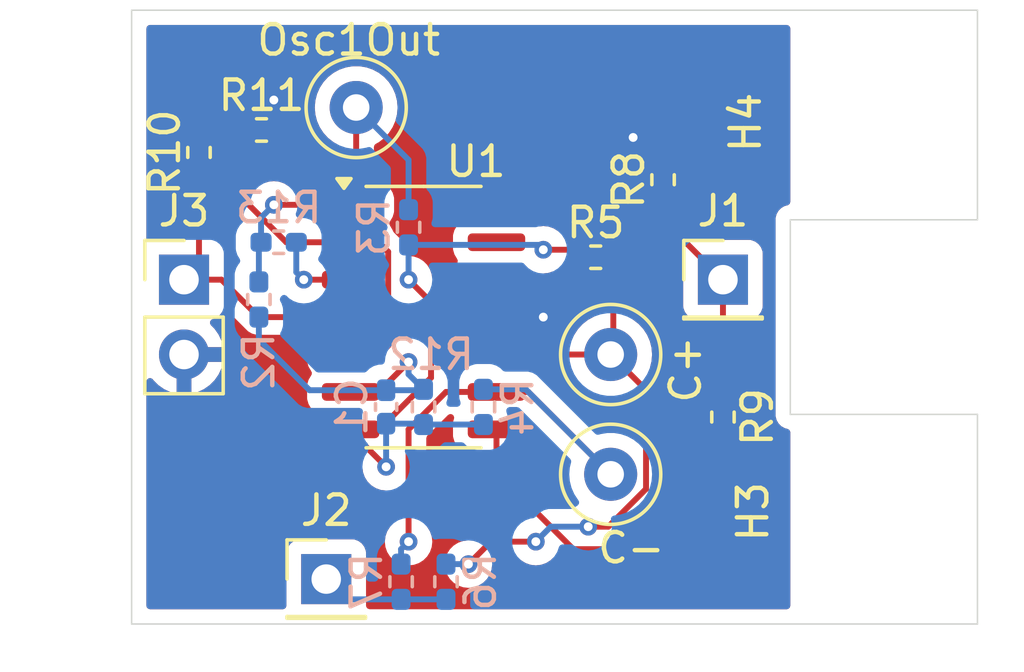
<source format=kicad_pcb>
(kicad_pcb (version 20240108) (generator "pcbnew") (generator_version "8.0")
  (layers (0 "F.Cu" signal) (31 "B.Cu" signal) (34 "B.Paste" user) (35 "F.Paste" user) (36 "B.SilkS" user "B.Silkscreen") (37 "F.SilkS" user "F.Silkscreen") (38 "B.Mask" user) (39 "F.Mask" user) (44 "Edge.Cuts" user))
  (net 0 "")
  (net 1 "Net-(C1-Pad2)")
  (net 2 "Net-(U1B--)")
  (net 3 "Net-(J1-Pin_1)")
  (net 4 "/AnalogIn")
  (net 5 "GND")
  (net 6 "/VCC")
  (net 7 "Net-(U1C--)")
  (net 8 "Net-(U1C-+)")
  (net 9 "Net-(R9-Pad2)")
  (net 10 "/Ref")
  (net 11 "Net-(U1A-+)")
  (net 15 "Net-(Osc1Out1-Pad1)")
  (footprint "TestPoint:TestPoint_Loop_D2.60mm_Drill0.9mm_Beaded" (layer "F.Cu") (at 163.83 90.424)
    (property "Reference" "C-" (at 0.7 2.5 0) (layer "F.SilkS"))
    (property "Value" "TestPoint")
    (fp_circle (center 0 0) (end 1.7 0) (stroke (width 0.12)) (fill none) (layer "F.SilkS"))
    (pad "1" thru_hole circle (at 0 0) (size 1.8 1.8) (drill 0.9) (layers "*.Cu" "*.Mask") (net 7 "Net-(U1C--)"))
  )
  (footprint "Connector_PinHeader_2.54mm:PinHeader_1x02_P2.54mm_Vertical" (layer "F.Cu") (at 149.352 83.82)
    (property "Reference" "J3" (at 0 -2.33 0) (layer "F.SilkS"))
    (property "Value" "Conn_01x02_Pin")
    (fp_line (start -1.33 -1.33) (end 0 -1.33) (stroke (width 0.12)) (layer "F.SilkS"))
    (fp_line (start -1.33 0) (end -1.33 -1.33) (stroke (width 0.12)) (layer "F.SilkS"))
    (fp_line (start -1.33 1.27) (end -1.33 3.87) (stroke (width 0.12)) (layer "F.SilkS"))
    (fp_line (start -1.33 1.27) (end 1.33 1.27) (stroke (width 0.12)) (layer "F.SilkS"))
    (fp_line (start -1.33 3.87) (end 1.33 3.87) (stroke (width 0.12)) (layer "F.SilkS"))
    (fp_line (start 1.33 1.27) (end 1.33 3.87) (stroke (width 0.12)) (layer "F.SilkS"))
    (pad "1" thru_hole rect (at 0 0) (size 1.7 1.7) (drill 1) (layers "*.Cu" "*.Mask") (net 6 "/VCC"))
    (pad "2" thru_hole oval (at 0 2.54) (size 1.7 1.7) (drill 1) (layers "*.Cu" "*.Mask") (net 5 "GND"))
  )
  (footprint "Connector_PinHeader_2.54mm:PinHeader_1x01_P2.54mm_Vertical" (layer "F.Cu") (at 154.178 93.98)
    (property "Reference" "J2" (at 0 -2.33 0) (layer "F.SilkS"))
    (property "Value" "Conn_01x01_Pin")
    (fp_line (start -1.33 -1.33) (end 0 -1.33) (stroke (width 0.12)) (layer "F.SilkS"))
    (fp_line (start -1.33 0) (end -1.33 -1.33) (stroke (width 0.12)) (layer "F.SilkS"))
    (fp_line (start -1.33 1.27) (end -1.33 1.33) (stroke (width 0.12)) (layer "F.SilkS"))
    (fp_line (start -1.33 1.27) (end 1.33 1.27) (stroke (width 0.12)) (layer "F.SilkS"))
    (fp_line (start -1.33 1.33) (end 1.33 1.33) (stroke (width 0.12)) (layer "F.SilkS"))
    (fp_line (start 1.33 1.27) (end 1.33 1.33) (stroke (width 0.12)) (layer "F.SilkS"))
    (pad "1" thru_hole rect (at 0 0) (size 1.7 1.7) (drill 1) (layers "*.Cu" "*.Mask") (net 4 "/AnalogIn"))
  )
  (footprint "Resistor_SMD:R_0402_1005Metric_Pad0.72x0.64mm_HandSolder" (layer "F.Cu") (at 165.608 80.4285 90)
    (property "Reference" "R8" (at 0 -1.17 90) (layer "F.SilkS"))
    (property "Value" "100k")
    (fp_line (start -0.167621 -0.380001) (end 0.167621 -0.380001) (stroke (width 0.12)) (layer "F.SilkS"))
    (fp_line (start -0.167621 0.380001) (end 0.167621 0.380001) (stroke (width 0.12)) (layer "F.SilkS"))
    (pad "1" smd roundrect (at -0.5975 0 90) (size 0.715 0.64) (layers "F.Cu" "F.Paste" "F.Mask") (net 3 "Net-(J1-Pin_1)"))
    (pad "2" smd roundrect (at 0.5975 0 90) (size 0.715 0.64) (layers "F.Cu" "F.Paste" "F.Mask") (net 5 "GND"))
  )
  (footprint "Resistor_SMD:R_0402_1005Metric_Pad0.72x0.64mm_HandSolder" (layer "F.Cu") (at 163.322 83.058)
    (property "Reference" "R5" (at 0 -1.17 0) (layer "F.SilkS"))
    (property "Value" "0")
    (fp_line (start -0.167621 -0.380001) (end 0.167621 -0.380001) (stroke (width 0.12)) (layer "F.SilkS"))
    (fp_line (start -0.167621 0.380001) (end 0.167621 0.380001) (stroke (width 0.12)) (layer "F.SilkS"))
    (pad "1" smd roundrect (at -0.5975 0) (size 0.715 0.64) (layers "F.Cu" "F.Paste" "F.Mask") (net 1 "Net-(C1-Pad2)"))
    (pad "2" smd roundrect (at 0.5975 0) (size 0.715 0.64) (layers "F.Cu" "F.Paste" "F.Mask") (net 8 "Net-(U1C-+)"))
  )
  (footprint "TestPoint:TestPoint_Loop_D2.60mm_Drill0.9mm_Beaded" (layer "F.Cu") (at 163.83 86.36)
    (property "Reference" "C+" (at 2.54 0.508 90) (layer "F.SilkS"))
    (property "Value" "TestPoint")
    (fp_circle (center 0 0) (end 1.7 0) (stroke (width 0.12)) (fill none) (layer "F.SilkS"))
    (pad "1" thru_hole circle (at 0 0) (size 1.8 1.8) (drill 0.9) (layers "*.Cu" "*.Mask") (net 8 "Net-(U1C-+)"))
  )
  (footprint "TestPoint:TestPoint_Loop_D2.60mm_Drill0.9mm_Beaded" (layer "F.Cu") (at 155.194 77.978)
    (property "Reference" "Osc1Out" (at -0.254 -2.286 0) (layer "F.SilkS"))
    (property "Value" "TestPoint")
    (fp_circle (center 0 0) (end 1.7 0) (stroke (width 0.12)) (fill none) (layer "F.SilkS"))
    (pad "1" thru_hole circle (at 0 0) (size 1.8 1.8) (drill 0.9) (layers "*.Cu" "*.Mask") (net 15 "Net-(Osc1Out1-Pad1)"))
  )
  (footprint "Resistor_SMD:R_0402_1005Metric_Pad0.72x0.64mm_HandSolder" (layer "F.Cu") (at 149.86 79.502 90)
    (property "Reference" "R10" (at 0 -1.17 90) (layer "F.SilkS"))
    (property "Value" "50k")
    (fp_line (start -0.167621 -0.380001) (end 0.167621 -0.380001) (stroke (width 0.12)) (layer "F.SilkS"))
    (fp_line (start -0.167621 0.380001) (end 0.167621 0.380001) (stroke (width 0.12)) (layer "F.SilkS"))
    (pad "1" smd roundrect (at -0.5975 0 90) (size 0.715 0.64) (layers "F.Cu" "F.Paste" "F.Mask") (net 6 "/VCC"))
    (pad "2" smd roundrect (at 0.5975 0 90) (size 0.715 0.64) (layers "F.Cu" "F.Paste" "F.Mask") (net 10 "/Ref"))
  )
  (footprint "MountingHole:MountingHole_3.2mm_M3" (layer "F.Cu") (at 172.72 91.948)
    (property "Reference" "H3" (at -4.064 -0.254 90) (layer "F.SilkS"))
    (property "Value" "MountingHole")
    (pad "" np_thru_hole circle (at 0 0) (size 3.2 3.2) (drill 3.2) (layers "*.Cu" "*.Mask"))
  )
  (footprint "Package_SO:SOIC-14_3.9x8.7mm_P1.27mm" (layer "F.Cu") (at 157.48 85.09)
    (property "Reference" "U1" (at 1.778 -5.28 0) (layer "F.SilkS"))
    (property "Value" "LM324")
    (fp_line (start 0 -4.435) (end -1.95 -4.435) (stroke (width 0.12)) (layer "F.SilkS"))
    (fp_line (start 0 -4.435) (end 1.95 -4.435) (stroke (width 0.12)) (layer "F.SilkS"))
    (fp_line (start 0 4.435) (end -1.95 4.435) (stroke (width 0.12)) (layer "F.SilkS"))
    (fp_line (start 0 4.435) (end 1.95 4.435) (stroke (width 0.12)) (layer "F.SilkS"))
    (fp_poly (pts (xy -2.7 -4.37) (xy -2.94 -4.7) (xy -2.46 -4.7) (xy -2.7 -4.37)) (stroke (width 0.12)) (fill solid) (layer "F.SilkS"))
    (pad "1" smd roundrect (at -2.475 -3.81) (size 1.95 0.6) (layers "F.Cu" "F.Paste" "F.Mask") (net 15 "Net-(Osc1Out1-Pad1)"))
    (pad "2" smd roundrect (at -2.475 -2.54) (size 1.95 0.6) (layers "F.Cu" "F.Paste" "F.Mask") (net 10 "/Ref"))
    (pad "3" smd roundrect (at -2.475 -1.27) (size 1.95 0.6) (layers "F.Cu" "F.Paste" "F.Mask") (net 11 "Net-(U1A-+)"))
    (pad "4" smd roundrect (at -2.475 0) (size 1.95 0.6) (layers "F.Cu" "F.Paste" "F.Mask") (net 6 "/VCC"))
    (pad "5" smd roundrect (at -2.475 1.27) (size 1.95 0.6) (layers "F.Cu" "F.Paste" "F.Mask") (net 10 "/Ref"))
    (pad "6" smd roundrect (at -2.475 2.54) (size 1.95 0.6) (layers "F.Cu" "F.Paste" "F.Mask") (net 2 "Net-(U1B--)"))
    (pad "7" smd roundrect (at -2.475 3.81) (size 1.95 0.6) (layers "F.Cu" "F.Paste" "F.Mask") (net 1 "Net-(C1-Pad2)"))
    (pad "8" smd roundrect (at 2.475 3.81) (size 1.95 0.6) (layers "F.Cu" "F.Paste" "F.Mask") (net 9 "Net-(R9-Pad2)"))
    (pad "9" smd roundrect (at 2.475 2.54) (size 1.95 0.6) (layers "F.Cu" "F.Paste" "F.Mask") (net 7 "Net-(U1C--)"))
    (pad "10" smd roundrect (at 2.475 1.27) (size 1.95 0.6) (layers "F.Cu" "F.Paste" "F.Mask") (net 8 "Net-(U1C-+)"))
    (pad "11" smd roundrect (at 2.475 0) (size 1.95 0.6) (layers "F.Cu" "F.Paste" "F.Mask") (net 5 "GND"))
    (pad "12" smd roundrect (at 2.475 -1.27) (size 1.95 0.6) (layers "F.Cu" "F.Paste" "F.Mask"))
    (pad "13" smd roundrect (at 2.475 -2.54) (size 1.95 0.6) (layers "F.Cu" "F.Paste" "F.Mask"))
    (pad "14" smd roundrect (at 2.475 -3.81) (size 1.95 0.6) (layers "F.Cu" "F.Paste" "F.Mask"))
  )
  (footprint "Resistor_SMD:R_0402_1005Metric_Pad0.72x0.64mm_HandSolder" (layer "F.Cu") (at 167.64 88.4815 -90)
    (property "Reference" "R9" (at 0 -1.17 90) (layer "F.SilkS"))
    (property "Value" "0")
    (fp_line (start -0.167621 0.380001) (end 0.167621 0.380001) (stroke (width 0.12)) (layer "F.SilkS"))
    (fp_line (start -0.167621 -0.380001) (end 0.167621 -0.380001) (stroke (width 0.12)) (layer "F.SilkS"))
    (pad "1" smd roundrect (at -0.5975 0 270) (size 0.715 0.64) (layers "F.Cu" "F.Paste" "F.Mask") (net 3 "Net-(J1-Pin_1)"))
    (pad "2" smd roundrect (at 0.5975 0 270) (size 0.715 0.64) (layers "F.Cu" "F.Paste" "F.Mask") (net 9 "Net-(R9-Pad2)"))
  )
  (footprint "MountingHole:MountingHole_3.2mm_M3" (layer "F.Cu") (at 172.72 78.232)
    (property "Reference" "H4" (at -4.318 0.254 90) (layer "F.SilkS"))
    (property "Value" "MountingHole")
    (pad "" np_thru_hole circle (at 0 0) (size 3.2 3.2) (drill 3.2) (layers "*.Cu" "*.Mask"))
  )
  (footprint "Resistor_SMD:R_0402_1005Metric_Pad0.72x0.64mm_HandSolder" (layer "F.Cu") (at 151.9815 78.74)
    (property "Reference" "R11" (at 0 -1.17 0) (layer "F.SilkS"))
    (property "Value" "50k")
    (fp_line (start -0.167621 -0.38) (end 0.167621 -0.38) (stroke (width 0.12)) (layer "F.SilkS"))
    (fp_line (start -0.167621 0.38) (end 0.167621 0.38) (stroke (width 0.12)) (layer "F.SilkS"))
    (pad "1" smd roundrect (at -0.5975 0) (size 0.715 0.64) (layers "F.Cu" "F.Paste" "F.Mask") (net 10 "/Ref"))
    (pad "2" smd roundrect (at 0.5975 0) (size 0.715 0.64) (layers "F.Cu" "F.Paste" "F.Mask") (net 5 "GND"))
  )
  (footprint "Connector_PinHeader_2.54mm:PinHeader_1x01_P2.54mm_Vertical" (layer "F.Cu") (at 167.64 83.82)
    (property "Reference" "J1" (at 0 -2.33 0) (layer "F.SilkS"))
    (property "Value" "Conn_01x01_Pin")
    (fp_line (start -1.33 -1.33) (end 0 -1.33) (stroke (width 0.12)) (layer "F.SilkS"))
    (fp_line (start -1.33 0) (end -1.33 -1.33) (stroke (width 0.12)) (layer "F.SilkS"))
    (fp_line (start -1.33 1.27) (end -1.33 1.33) (stroke (width 0.12)) (layer "F.SilkS"))
    (fp_line (start -1.33 1.27) (end 1.33 1.27) (stroke (width 0.12)) (layer "F.SilkS"))
    (fp_line (start -1.33 1.33) (end 1.33 1.33) (stroke (width 0.12)) (layer "F.SilkS"))
    (fp_line (start 1.33 1.27) (end 1.33 1.33) (stroke (width 0.12)) (layer "F.SilkS"))
    (pad "1" thru_hole rect (at 0 0) (size 1.7 1.7) (drill 1) (layers "*.Cu" "*.Mask") (net 3 "Net-(J1-Pin_1)"))
  )
  (footprint "Resistor_SMD:R_0402_1005Metric_Pad0.72x0.64mm_HandSolder" (layer "B.Cu") (at 156.972 82.042 -90)
    (property "Reference" "R3" (at 0 1.17 90) (layer "B.SilkS") (effects (justify mirror)))
    (property "Value" "4k")
    (fp_line (start 0.167621 0.380001) (end -0.167621 0.380001) (stroke (width 0.12)) (layer "B.SilkS"))
    (fp_line (start 0.167621 -0.380001) (end -0.167621 -0.380001) (stroke (width 0.12)) (layer "B.SilkS"))
    (pad "1" smd roundrect (at -0.5975 0 270) (size 0.715 0.64) (layers "B.Cu" "B.Paste" "B.Mask") (net 15 "Net-(Osc1Out1-Pad1)"))
    (pad "2" smd roundrect (at 0.5975 0 270) (size 0.715 0.64) (layers "B.Cu" "B.Paste" "B.Mask") (net 1 "Net-(C1-Pad2)"))
  )
  (footprint "Capacitor_SMD:C_0402_1005Metric_Pad0.74x0.62mm_HandSolder" (layer "B.Cu") (at 156.21 88.138 -90)
    (property "Reference" "C1" (at 0 1.16 90) (layer "B.SilkS") (effects (justify mirror)))
    (property "Value" "400n")
    (fp_line (start 0.115835 0.36) (end -0.115835 0.36) (stroke (width 0.12)) (layer "B.SilkS"))
    (fp_line (start 0.115835 -0.36) (end -0.115835 -0.36) (stroke (width 0.12)) (layer "B.SilkS"))
    (pad "1" smd roundrect (at -0.5675 0 270) (size 0.735 0.62) (layers "B.Cu" "B.Paste" "B.Mask") (net 2 "Net-(U1B--)"))
    (pad "2" smd roundrect (at 0.5675 0 270) (size 0.735 0.62) (layers "B.Cu" "B.Paste" "B.Mask") (net 1 "Net-(C1-Pad2)"))
  )
  (footprint "Resistor_SMD:R_0402_1005Metric_Pad0.72x0.64mm_HandSolder" (layer "B.Cu") (at 158.242 94.0695 90)
    (property "Reference" "R6" (at 0 1.17 90) (layer "B.SilkS") (effects (justify mirror)))
    (property "Value" "0")
    (fp_line (start 0.167621 -0.380001) (end -0.167621 -0.380001) (stroke (width 0.12)) (layer "B.SilkS"))
    (fp_line (start 0.167621 0.380001) (end -0.167621 0.380001) (stroke (width 0.12)) (layer "B.SilkS"))
    (pad "1" smd roundrect (at -0.5975 0 90) (size 0.715 0.64) (layers "B.Cu" "B.Paste" "B.Mask") (net 4 "/AnalogIn"))
    (pad "2" smd roundrect (at 0.5975 0 90) (size 0.715 0.64) (layers "B.Cu" "B.Paste" "B.Mask") (net 8 "Net-(U1C-+)"))
  )
  (footprint "Resistor_SMD:R_0402_1005Metric_Pad0.72x0.64mm_HandSolder" (layer "B.Cu") (at 156.718 94.0695 -90)
    (property "Reference" "R7" (at 0 1.17 90) (layer "B.SilkS") (effects (justify mirror)))
    (property "Value" "0")
    (fp_line (start 0.167621 0.380001) (end -0.167621 0.380001) (stroke (width 0.12)) (layer "B.SilkS"))
    (fp_line (start 0.167621 -0.380001) (end -0.167621 -0.380001) (stroke (width 0.12)) (layer "B.SilkS"))
    (pad "1" smd roundrect (at -0.5975 0 270) (size 0.715 0.64) (layers "B.Cu" "B.Paste" "B.Mask") (net 7 "Net-(U1C--)"))
    (pad "2" smd roundrect (at 0.5975 0 270) (size 0.715 0.64) (layers "B.Cu" "B.Paste" "B.Mask") (net 4 "/AnalogIn"))
  )
  (footprint "Resistor_SMD:R_0402_1005Metric_Pad0.72x0.64mm_HandSolder" (layer "B.Cu") (at 159.512 88.138 90)
    (property "Reference" "R4" (at 0 1.17 90) (layer "B.SilkS") (effects (justify mirror)))
    (property "Value" "0")
    (fp_line (start 0.167621 -0.380001) (end -0.167621 -0.380001) (stroke (width 0.12)) (layer "B.SilkS"))
    (fp_line (start 0.167621 0.380001) (end -0.167621 0.380001) (stroke (width 0.12)) (layer "B.SilkS"))
    (pad "1" smd roundrect (at -0.5975 0 90) (size 0.715 0.64) (layers "B.Cu" "B.Paste" "B.Mask") (net 1 "Net-(C1-Pad2)"))
    (pad "2" smd roundrect (at 0.5975 0 90) (size 0.715 0.64) (layers "B.Cu" "B.Paste" "B.Mask") (net 7 "Net-(U1C--)"))
  )
  (footprint "Resistor_SMD:R_0402_1005Metric_Pad0.72x0.64mm_HandSolder" (layer "B.Cu") (at 152.5645 82.55 180)
    (property "Reference" "R13" (at 0 1.17 0) (layer "B.SilkS") (effects (justify mirror)))
    (property "Value" "10k")
    (fp_line (start 0.167621 0.38) (end -0.167621 0.38) (stroke (width 0.12)) (layer "B.SilkS"))
    (fp_line (start 0.167621 -0.38) (end -0.167621 -0.38) (stroke (width 0.12)) (layer "B.SilkS"))
    (pad "1" smd roundrect (at -0.5975 0 180) (size 0.715 0.64) (layers "B.Cu" "B.Paste" "B.Mask") (net 11 "Net-(U1A-+)"))
    (pad "2" smd roundrect (at 0.5975 0 180) (size 0.715 0.64) (layers "B.Cu" "B.Paste" "B.Mask") (net 15 "Net-(Osc1Out1-Pad1)"))
  )
  (footprint "Resistor_SMD:R_0402_1005Metric_Pad0.72x0.64mm_HandSolder" (layer "B.Cu") (at 157.48 88.138 -90)
    (property "Reference" "R12" (at -1.778 -0.254 180) (layer "B.SilkS") (effects (justify mirror)))
    (property "Value" "100k_NP")
    (fp_line (start 0.167621 0.380001) (end -0.167621 0.380001) (stroke (width 0.12)) (layer "B.SilkS"))
    (fp_line (start 0.167621 -0.380001) (end -0.167621 -0.380001) (stroke (width 0.12)) (layer "B.SilkS"))
    (pad "1" smd roundrect (at -0.5975 0 270) (size 0.715 0.64) (layers "B.Cu" "B.Paste" "B.Mask") (net 2 "Net-(U1B--)"))
    (pad "2" smd roundrect (at 0.5975 0 270) (size 0.715 0.64) (layers "B.Cu" "B.Paste" "B.Mask") (net 1 "Net-(C1-Pad2)"))
  )
  (footprint "Resistor_SMD:R_0402_1005Metric_Pad0.72x0.64mm_HandSolder" (layer "B.Cu") (at 151.892 84.4925 -90)
    (property "Reference" "R2" (at 2.1215 0 90) (layer "B.SilkS") (effects (justify mirror)))
    (property "Value" "10k")
    (fp_line (start 0.167621 0.380001) (end -0.167621 0.380001) (stroke (width 0.12)) (layer "B.SilkS"))
    (fp_line (start 0.167621 -0.380001) (end -0.167621 -0.380001) (stroke (width 0.12)) (layer "B.SilkS"))
    (pad "1" smd roundrect (at -0.5975 0 270) (size 0.715 0.64) (layers "B.Cu" "B.Paste" "B.Mask") (net 15 "Net-(Osc1Out1-Pad1)"))
    (pad "2" smd roundrect (at 0.5975 0 270) (size 0.715 0.64) (layers "B.Cu" "B.Paste" "B.Mask") (net 2 "Net-(U1B--)"))
  )
  (gr_line (start 147.574 74.676) (end 176.276 74.676) (stroke (width 0.05)) (layer "Edge.Cuts"))
  (gr_line (start 176.276 81.788) (end 169.926 81.788) (stroke (width 0.05)) (layer "Edge.Cuts"))
  (gr_line (start 169.926 81.788) (end 169.926 88.392) (stroke (width 0.05)) (layer "Edge.Cuts"))
  (gr_line (start 147.574 95.504) (end 147.574 74.676) (stroke (width 0.05)) (layer "Edge.Cuts"))
  (gr_line (start 176.276 95.504) (end 147.574 95.504) (stroke (width 0.05)) (layer "Edge.Cuts"))
  (gr_line (start 169.926 88.392) (end 176.276 88.392) (stroke (width 0.05)) (layer "Edge.Cuts"))
  (gr_line (start 176.276 88.392) (end 176.276 95.504) (stroke (width 0.05)) (layer "Edge.Cuts"))
  (gr_line (start 176.276 74.676) (end 176.276 81.788) (stroke (width 0.05)) (layer "Edge.Cuts"))
  (segment (start 157.734 87.145999) (end 157.734 84.582) (width 0.2) (layer "F.Cu") (net 1))
  (segment (start 157.734 84.582) (end 156.972 83.82) (width 0.2) (layer "F.Cu") (net 1))
  (segment (start 161.544 82.804) (end 162.4705 82.804) (width 0.2) (layer "F.Cu") (net 1))
  (segment (start 162.4705 82.804) (end 162.7245 83.058) (width 0.2) (layer "F.Cu") (net 1))
  (segment (start 155.005 88.9) (end 155.979999 88.9) (width 0.2) (layer "F.Cu") (net 1))
  (segment (start 155.979999 88.9) (end 157.734 87.145999) (width 0.2) (layer "F.Cu") (net 1))
  (segment (start 155.005 88.965) (end 156.21 90.17) (width 0.2) (layer "F.Cu") (net 1))
  (segment (start 155.005 88.9) (end 155.005 88.965) (width 0.2) (layer "F.Cu") (net 1))
  (via (at 156.972 83.82) (size 0.6) (drill 0.3) (layers "F.Cu" "B.Cu") (net 1))
  (via (at 156.21 90.17) (size 0.6) (drill 0.3) (layers "F.Cu" "B.Cu") (net 1))
  (via (at 161.544 82.804) (size 0.6) (drill 0.3) (layers "F.Cu" "B.Cu") (net 1))
  (segment (start 157.45 88.7055) (end 157.48 88.7355) (width 0.2) (layer "B.Cu") (net 1))
  (segment (start 156.21 90.17) (end 156.21 88.7055) (width 0.2) (layer "B.Cu") (net 1))
  (segment (start 157.48 88.7355) (end 159.512 88.7355) (width 0.2) (layer "B.Cu") (net 1))
  (segment (start 161.3795 82.6395) (end 161.544 82.804) (width 0.2) (layer "B.Cu") (net 1))
  (segment (start 156.972 83.82) (end 156.972 82.6395) (width 0.2) (layer "B.Cu") (net 1))
  (segment (start 156.972 82.6395) (end 161.3795 82.6395) (width 0.2) (layer "B.Cu") (net 1))
  (segment (start 156.21 88.7055) (end 157.45 88.7055) (width 0.2) (layer "B.Cu") (net 1))
  (segment (start 155.005 87.63) (end 155.956 87.63) (width 0.2) (layer "F.Cu") (net 2))
  (segment (start 155.956 87.63) (end 156.972 86.614) (width 0.2) (layer "F.Cu") (net 2))
  (via (at 156.972 86.614) (size 0.6) (drill 0.3) (layers "F.Cu" "B.Cu") (net 2))
  (segment (start 157.45 87.5705) (end 157.48 87.5405) (width 0.2) (layer "B.Cu") (net 2))
  (segment (start 156.972 87.0325) (end 157.48 87.5405) (width 0.2) (layer "B.Cu") (net 2))
  (segment (start 151.892 85.09) (end 151.892 85.852) (width 0.2) (layer "B.Cu") (net 2))
  (segment (start 153.6105 87.5705) (end 156.21 87.5705) (width 0.2) (layer "B.Cu") (net 2))
  (segment (start 156.972 86.614) (end 156.972 87.0325) (width 0.2) (layer "B.Cu") (net 2))
  (segment (start 156.21 87.5705) (end 157.45 87.5705) (width 0.2) (layer "B.Cu") (net 2))
  (segment (start 151.892 85.852) (end 153.6105 87.5705) (width 0.2) (layer "B.Cu") (net 2))
  (segment (start 165.608 81.026) (end 165.608 81.788) (width 0.2) (layer "F.Cu") (net 3))
  (segment (start 165.608 81.788) (end 167.64 83.82) (width 0.2) (layer "F.Cu") (net 3))
  (segment (start 167.64 83.82) (end 167.64 87.884) (width 0.2) (layer "F.Cu") (net 3))
  (segment (start 156.718 94.667) (end 158.242 94.667) (width 0.2) (layer "B.Cu") (net 4))
  (segment (start 154.178 93.98) (end 154.865 94.667) (width 0.2) (layer "B.Cu") (net 4))
  (segment (start 154.865 94.667) (end 156.718 94.667) (width 0.2) (layer "B.Cu") (net 4))
  (segment (start 152.579 78.74) (end 152.579 77.903) (width 0.2) (layer "F.Cu") (net 5))
  (segment (start 159.955 85.09) (end 161.544 85.09) (width 0.2) (layer "F.Cu") (net 5))
  (segment (start 165.429 79.831) (end 164.592 78.994) (width 0.2) (layer "F.Cu") (net 5))
  (segment (start 165.608 79.831) (end 165.429 79.831) (width 0.2) (layer "F.Cu") (net 5))
  (segment (start 152.579 77.903) (end 152.4 77.724) (width 0.2) (layer "F.Cu") (net 5))
  (via (at 152.4 77.724) (size 0.6) (drill 0.3) (layers "F.Cu" "B.Cu") (net 5))
  (via (at 161.544 85.09) (size 0.6) (drill 0.3) (layers "F.Cu" "B.Cu") (net 5))
  (via (at 164.592 78.994) (size 0.6) (drill 0.3) (layers "F.Cu" "B.Cu") (net 5))
  (segment (start 149.352 83.82) (end 150.622 83.82) (width 0.2) (layer "F.Cu") (net 6))
  (segment (start 149.86 80.0995) (end 149.86 83.312) (width 0.2) (layer "F.Cu") (net 6))
  (segment (start 149.86 83.312) (end 149.352 83.82) (width 0.2) (layer "F.Cu") (net 6))
  (segment (start 151.892 85.09) (end 155.005 85.09) (width 0.2) (layer "F.Cu") (net 6))
  (segment (start 150.622 83.82) (end 151.892 85.09) (width 0.2) (layer "F.Cu") (net 6))
  (segment (start 158.242 87.63) (end 159.955 87.63) (width 0.2) (layer "F.Cu") (net 7))
  (segment (start 163.83 90.424) (end 161.036 87.63) (width 0.2) (layer "F.Cu") (net 7))
  (segment (start 156.972 92.71) (end 156.972 88.9) (width 0.2) (layer "F.Cu") (net 7))
  (segment (start 161.036 87.63) (end 159.955 87.63) (width 0.2) (layer "F.Cu") (net 7))
  (segment (start 156.972 88.9) (end 158.242 87.63) (width 0.2) (layer "F.Cu") (net 7))
  (via (at 156.972 92.71) (size 0.6) (drill 0.3) (layers "F.Cu" "B.Cu") (net 7))
  (segment (start 156.718 93.472) (end 156.718 92.964) (width 0.2) (layer "B.Cu") (net 7))
  (segment (start 159.512 87.5405) (end 160.9465 87.5405) (width 0.2) (layer "B.Cu") (net 7))
  (segment (start 156.718 92.964) (end 156.972 92.71) (width 0.2) (layer "B.Cu") (net 7))
  (segment (start 160.9465 87.5405) (end 163.83 90.424) (width 0.2) (layer "B.Cu") (net 7))
  (segment (start 163.83 86.36) (end 165.03 87.56) (width 0.2) (layer "F.Cu") (net 8))
  (segment (start 159.955 86.36) (end 163.83 86.36) (width 0.2) (layer "F.Cu") (net 8))
  (segment (start 165.03 90.921057) (end 163.749057 92.202) (width 0.2) (layer "F.Cu") (net 8))
  (segment (start 163.9195 83.058) (end 163.9195 86.2705) (width 0.2) (layer "F.Cu") (net 8))
  (segment (start 161.29 92.71) (end 159.766 92.71) (width 0.2) (layer "F.Cu") (net 8))
  (segment (start 163.9195 86.2705) (end 163.83 86.36) (width 0.2) (layer "F.Cu") (net 8))
  (segment (start 159.766 92.71) (end 159.004 93.472) (width 0.2) (layer "F.Cu") (net 8))
  (segment (start 163.749057 92.202) (end 163.068 92.202) (width 0.2) (layer "F.Cu") (net 8))
  (segment (start 165.03 87.56) (end 165.03 90.921057) (width 0.2) (layer "F.Cu") (net 8))
  (via (at 159.004 93.472) (size 0.6) (drill 0.3) (layers "F.Cu" "B.Cu") (net 8))
  (via (at 161.29 92.71) (size 0.6) (drill 0.3) (layers "F.Cu" "B.Cu") (net 8))
  (via (at 163.068 92.202) (size 0.6) (drill 0.3) (layers "F.Cu" "B.Cu") (net 8))
  (segment (start 163.068 92.202) (end 161.798 92.202) (width 0.2) (layer "B.Cu") (net 8))
  (segment (start 161.798 92.202) (end 161.29 92.71) (width 0.2) (layer "B.Cu") (net 8))
  (segment (start 159.004 93.472) (end 158.242 93.472) (width 0.2) (layer "B.Cu") (net 8))
  (segment (start 160.02 90.17) (end 159.955 90.105) (width 0.2) (layer "F.Cu") (net 9))
  (segment (start 167.64 90.424) (end 165.1 92.964) (width 0.2) (layer "F.Cu") (net 9))
  (segment (start 162.56 92.964) (end 160.02 90.424) (width 0.2) (layer "F.Cu") (net 9))
  (segment (start 165.1 92.964) (end 162.56 92.964) (width 0.2) (layer "F.Cu") (net 9))
  (segment (start 160.02 90.424) (end 160.02 90.17) (width 0.2) (layer "F.Cu") (net 9))
  (segment (start 159.955 90.105) (end 159.955 88.9) (width 0.2) (layer "F.Cu") (net 9))
  (segment (start 167.64 89.079) (end 167.64 90.424) (width 0.2) (layer "F.Cu") (net 9))
  (segment (start 149.86 78.9045) (end 151.2195 78.9045) (width 0.2) (layer "F.Cu") (net 10))
  (segment (start 156.28 86.059999) (end 156.28 82.874) (width 0.2) (layer "F.Cu") (net 10))
  (segment (start 155.979999 86.36) (end 156.28 86.059999) (width 0.2) (layer "F.Cu") (net 10))
  (segment (start 156.28 82.874) (end 155.956 82.55) (width 0.2) (layer "F.Cu") (net 10))
  (segment (start 151.384 78.74) (end 151.384 81.112529) (width 0.2) (layer "F.Cu") (net 10))
  (segment (start 155.956 82.55) (end 155.005 82.55) (width 0.2) (layer "F.Cu") (net 10))
  (segment (start 151.2195 78.9045) (end 151.384 78.74) (width 0.2) (layer "F.Cu") (net 10))
  (segment (start 152.821471 82.55) (end 155.005 82.55) (width 0.2) (layer "F.Cu") (net 10))
  (segment (start 155.005 86.36) (end 155.979999 86.36) (width 0.2) (layer "F.Cu") (net 10))
  (segment (start 151.384 81.112529) (end 152.821471 82.55) (width 0.2) (layer "F.Cu") (net 10))
  (segment (start 153.416 83.82) (end 155.005 83.82) (width 0.2) (layer "F.Cu") (net 11))
  (via (at 153.416 83.82) (size 0.6) (drill 0.3) (layers "F.Cu" "B.Cu") (net 11))
  (segment (start 153.162 82.55) (end 153.162 83.566) (width 0.2) (layer "B.Cu") (net 11))
  (segment (start 153.162 83.566) (end 153.416 83.82) (width 0.2) (layer "B.Cu") (net 11))
  (segment (start 152.4 81.28) (end 155.005 81.28) (width 0.2) (layer "F.Cu") (net 15))
  (segment (start 155.194 81.091) (end 155.005 81.28) (width 0.2) (layer "F.Cu") (net 15))
  (segment (start 155.194 77.978) (end 155.194 81.091) (width 0.2) (layer "F.Cu") (net 15))
  (via (at 152.4 81.28) (size 0.6) (drill 0.3) (layers "F.Cu" "B.Cu") (net 15))
  (segment (start 151.892 82.625) (end 151.967 82.55) (width 0.2) (layer "B.Cu") (net 15))
  (segment (start 156.972 81.4445) (end 156.972 79.756) (width 0.2) (layer "B.Cu") (net 15))
  (segment (start 151.967 82.55) (end 151.967 81.713) (width 0.2) (layer "B.Cu") (net 15))
  (segment (start 151.967 81.713) (end 152.4 81.28) (width 0.2) (layer "B.Cu") (net 15))
  (segment (start 156.972 79.756) (end 155.194 77.978) (width 0.2) (layer "B.Cu") (net 15))
  (segment (start 151.892 83.895) (end 151.892 82.625) (width 0.2) (layer "B.Cu") (net 15))
  (zone (net 5) (net_name "GND") (layers "F&B.Cu") (connect_pads (clearance 0.5)) (min_thickness 0.25) (fill yes (thermal_gap 0.5) (thermal_bridge_width 0.5))
    (polygon (pts (xy 147.574 74.676) (xy 176.276 74.676) (xy 176.276 74.676) (xy 169.926 74.676) (xy 169.926 95.504) (xy 176.276 95.504) (xy 176.276 95.504) (xy 147.574 95.504) (xy 147.574 95.504) (xy 147.574 95.504) (xy 147.574 74.676) (xy 147.574 74.676)))
  )
)
</source>
